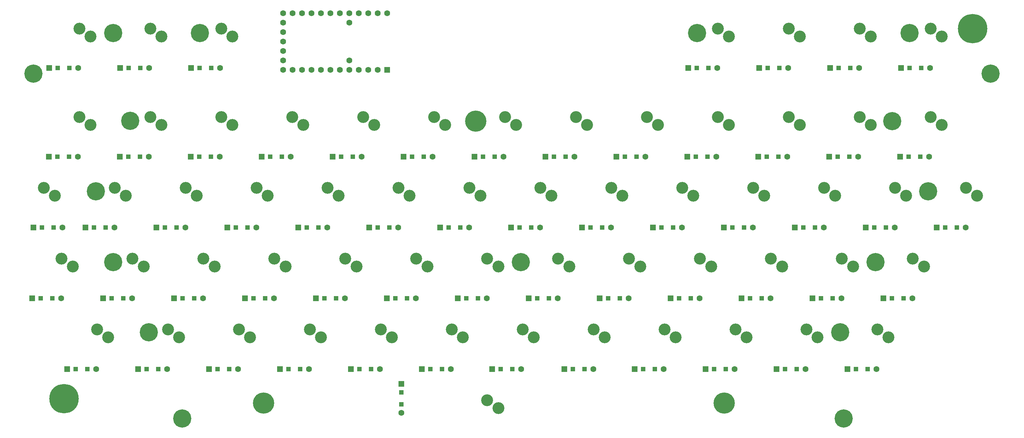
<source format=gbs>
%TF.GenerationSoftware,KiCad,Pcbnew,5.1.9-1.fc33*%
%TF.CreationDate,2021-02-28T14:37:16-05:00*%
%TF.ProjectId,3m_whisper,336d5f77-6869-4737-9065-722e6b696361,rev?*%
%TF.SameCoordinates,Original*%
%TF.FileFunction,Soldermask,Bot*%
%TF.FilePolarity,Negative*%
%FSLAX46Y46*%
G04 Gerber Fmt 4.6, Leading zero omitted, Abs format (unit mm)*
G04 Created by KiCad (PCBNEW 5.1.9-1.fc33) date 2021-02-28 14:37:16*
%MOMM*%
%LPD*%
G01*
G04 APERTURE LIST*
%ADD10C,4.900000*%
%ADD11C,5.700000*%
%ADD12C,7.900000*%
%ADD13C,1.600000*%
%ADD14R,1.600000X1.600000*%
%ADD15R,1.200000X1.200000*%
%ADD16C,3.200000*%
G04 APERTURE END LIST*
D10*
%TO.C,REF\u002A\u002A*%
X329850500Y-165618500D03*
%TD*%
%TO.C,REF\u002A\u002A*%
X152150500Y-165618500D03*
%TD*%
%TO.C,REF\u002A\u002A*%
X328850500Y-142418500D03*
%TD*%
%TO.C,REF\u002A\u002A*%
X338350500Y-123518500D03*
%TD*%
%TO.C,REF\u002A\u002A*%
X133650500Y-123518500D03*
%TD*%
%TO.C,REF\u002A\u002A*%
X128950500Y-104518500D03*
%TD*%
%TO.C,REF\u002A\u002A*%
X143250500Y-142418500D03*
%TD*%
%TO.C,REF\u002A\u002A*%
X243150500Y-123518500D03*
%TD*%
%TO.C,REF\u002A\u002A*%
X352550500Y-104518500D03*
%TD*%
%TO.C,REF\u002A\u002A*%
X342850500Y-85618500D03*
%TD*%
%TO.C,REF\u002A\u002A*%
X138250500Y-85518500D03*
%TD*%
%TO.C,REF\u002A\u002A*%
X112250500Y-72818500D03*
%TD*%
%TO.C,REF\u002A\u002A*%
X369250500Y-72818500D03*
%TD*%
%TO.C,REF\u002A\u002A*%
X347550500Y-61918500D03*
%TD*%
%TO.C,REF\u002A\u002A*%
X290450500Y-61918500D03*
%TD*%
%TO.C,REF\u002A\u002A*%
X156950500Y-61918500D03*
%TD*%
%TO.C,REF\u002A\u002A*%
X133650500Y-61918500D03*
%TD*%
D11*
%TO.C,REF\u002A\u002A*%
X297750500Y-161518500D03*
%TD*%
%TO.C,REF\u002A\u002A*%
X231050500Y-85618500D03*
%TD*%
%TO.C,REF\u002A\u002A*%
X174050500Y-161518500D03*
%TD*%
D12*
%TO.C,REF\u002A\u002A*%
X364450500Y-60718500D03*
%TD*%
%TO.C,REF\u002A\u002A*%
X120450500Y-160318500D03*
%TD*%
D13*
%TO.C,D1*%
X124138500Y-95186500D03*
D14*
X116338500Y-95186500D03*
D15*
X118663500Y-95186500D03*
X121813500Y-95186500D03*
%TD*%
%TO.C,D2*%
X140863500Y-95186500D03*
X137713500Y-95186500D03*
D14*
X135388500Y-95186500D03*
D13*
X143188500Y-95186500D03*
%TD*%
%TO.C,D3*%
X162238500Y-95186500D03*
D14*
X154438500Y-95186500D03*
D15*
X156763500Y-95186500D03*
X159913500Y-95186500D03*
%TD*%
%TO.C,D4*%
X178963500Y-95186500D03*
X175813500Y-95186500D03*
D14*
X173488500Y-95186500D03*
D13*
X181288500Y-95186500D03*
%TD*%
%TO.C,D5*%
X200338500Y-95186500D03*
D14*
X192538500Y-95186500D03*
D15*
X194863500Y-95186500D03*
X198013500Y-95186500D03*
%TD*%
%TO.C,D6*%
X217063500Y-95186500D03*
X213913500Y-95186500D03*
D14*
X211588500Y-95186500D03*
D13*
X219388500Y-95186500D03*
%TD*%
%TO.C,D7*%
X238438500Y-95186500D03*
D14*
X230638500Y-95186500D03*
D15*
X232963500Y-95186500D03*
X236113500Y-95186500D03*
%TD*%
%TO.C,D8*%
X255163500Y-95186500D03*
X252013500Y-95186500D03*
D14*
X249688500Y-95186500D03*
D13*
X257488500Y-95186500D03*
%TD*%
%TO.C,D9*%
X276538500Y-95186500D03*
D14*
X268738500Y-95186500D03*
D15*
X271063500Y-95186500D03*
X274213500Y-95186500D03*
%TD*%
%TO.C,D10*%
X293263500Y-95186500D03*
X290113500Y-95186500D03*
D14*
X287788500Y-95186500D03*
D13*
X295588500Y-95186500D03*
%TD*%
%TO.C,D11*%
X314638500Y-95186500D03*
D14*
X306838500Y-95186500D03*
D15*
X309163500Y-95186500D03*
X312313500Y-95186500D03*
%TD*%
%TO.C,D12*%
X331363500Y-95186500D03*
X328213500Y-95186500D03*
D14*
X325888500Y-95186500D03*
D13*
X333688500Y-95186500D03*
%TD*%
%TO.C,D13*%
X352738500Y-95186500D03*
D14*
X344938500Y-95186500D03*
D15*
X347263500Y-95186500D03*
X350413500Y-95186500D03*
%TD*%
%TO.C,D14*%
X117679500Y-114236500D03*
X114529500Y-114236500D03*
D14*
X112204500Y-114236500D03*
D13*
X120004500Y-114236500D03*
%TD*%
D15*
%TO.C,D15*%
X131649500Y-114236500D03*
X128499500Y-114236500D03*
D14*
X126174500Y-114236500D03*
D13*
X133974500Y-114236500D03*
%TD*%
%TO.C,D16*%
X153024500Y-114236500D03*
D14*
X145224500Y-114236500D03*
D15*
X147549500Y-114236500D03*
X150699500Y-114236500D03*
%TD*%
%TO.C,D17*%
X169749500Y-114236500D03*
X166599500Y-114236500D03*
D14*
X164274500Y-114236500D03*
D13*
X172074500Y-114236500D03*
%TD*%
%TO.C,D18*%
X191124500Y-114236500D03*
D14*
X183324500Y-114236500D03*
D15*
X185649500Y-114236500D03*
X188799500Y-114236500D03*
%TD*%
%TO.C,D19*%
X207849500Y-114236500D03*
X204699500Y-114236500D03*
D14*
X202374500Y-114236500D03*
D13*
X210174500Y-114236500D03*
%TD*%
%TO.C,D20*%
X229224500Y-114236500D03*
D14*
X221424500Y-114236500D03*
D15*
X223749500Y-114236500D03*
X226899500Y-114236500D03*
%TD*%
%TO.C,D21*%
X245949500Y-114236500D03*
X242799500Y-114236500D03*
D14*
X240474500Y-114236500D03*
D13*
X248274500Y-114236500D03*
%TD*%
%TO.C,D22*%
X267324500Y-114236500D03*
D14*
X259524500Y-114236500D03*
D15*
X261849500Y-114236500D03*
X264999500Y-114236500D03*
%TD*%
%TO.C,D23*%
X284049500Y-114236500D03*
X280899500Y-114236500D03*
D14*
X278574500Y-114236500D03*
D13*
X286374500Y-114236500D03*
%TD*%
%TO.C,D24*%
X305424500Y-114236500D03*
D14*
X297624500Y-114236500D03*
D15*
X299949500Y-114236500D03*
X303099500Y-114236500D03*
%TD*%
%TO.C,D25*%
X322149500Y-114236500D03*
X318999500Y-114236500D03*
D14*
X316674500Y-114236500D03*
D13*
X324474500Y-114236500D03*
%TD*%
%TO.C,D26*%
X343524500Y-114236500D03*
D14*
X335724500Y-114236500D03*
D15*
X338049500Y-114236500D03*
X341199500Y-114236500D03*
%TD*%
%TO.C,D27*%
X117335500Y-133286500D03*
X114185500Y-133286500D03*
D14*
X111860500Y-133286500D03*
D13*
X119660500Y-133286500D03*
%TD*%
%TO.C,D28*%
X138710500Y-133286500D03*
D14*
X130910500Y-133286500D03*
D15*
X133235500Y-133286500D03*
X136385500Y-133286500D03*
%TD*%
%TO.C,D29*%
X155435500Y-133286500D03*
X152285500Y-133286500D03*
D14*
X149960500Y-133286500D03*
D13*
X157760500Y-133286500D03*
%TD*%
%TO.C,D30*%
X176810500Y-133286500D03*
D14*
X169010500Y-133286500D03*
D15*
X171335500Y-133286500D03*
X174485500Y-133286500D03*
%TD*%
D13*
%TO.C,D31*%
X195860500Y-133286500D03*
D14*
X188060500Y-133286500D03*
D15*
X190385500Y-133286500D03*
X193535500Y-133286500D03*
%TD*%
%TO.C,D32*%
X212585500Y-133286500D03*
X209435500Y-133286500D03*
D14*
X207110500Y-133286500D03*
D13*
X214910500Y-133286500D03*
%TD*%
D15*
%TO.C,D33*%
X231635500Y-133286500D03*
X228485500Y-133286500D03*
D14*
X226160500Y-133286500D03*
D13*
X233960500Y-133286500D03*
%TD*%
%TO.C,D34*%
X253010500Y-133286500D03*
D14*
X245210500Y-133286500D03*
D15*
X247535500Y-133286500D03*
X250685500Y-133286500D03*
%TD*%
%TO.C,D35*%
X269735500Y-133286500D03*
X266585500Y-133286500D03*
D14*
X264260500Y-133286500D03*
D13*
X272060500Y-133286500D03*
%TD*%
%TO.C,D36*%
X291110500Y-133286500D03*
D14*
X283310500Y-133286500D03*
D15*
X285635500Y-133286500D03*
X288785500Y-133286500D03*
%TD*%
%TO.C,D37*%
X307835500Y-133286500D03*
X304685500Y-133286500D03*
D14*
X302360500Y-133286500D03*
D13*
X310160500Y-133286500D03*
%TD*%
%TO.C,D38*%
X329210500Y-133286500D03*
D14*
X321410500Y-133286500D03*
D15*
X323735500Y-133286500D03*
X326885500Y-133286500D03*
%TD*%
%TO.C,D39*%
X345935500Y-133286500D03*
X342785500Y-133286500D03*
D14*
X340460500Y-133286500D03*
D13*
X348260500Y-133286500D03*
%TD*%
%TO.C,D40*%
X129058500Y-152336500D03*
D14*
X121258500Y-152336500D03*
D15*
X123583500Y-152336500D03*
X126733500Y-152336500D03*
%TD*%
%TO.C,D41*%
X145783500Y-152336500D03*
X142633500Y-152336500D03*
D14*
X140308500Y-152336500D03*
D13*
X148108500Y-152336500D03*
%TD*%
%TO.C,D42*%
X167158500Y-152336500D03*
D14*
X159358500Y-152336500D03*
D15*
X161683500Y-152336500D03*
X164833500Y-152336500D03*
%TD*%
%TO.C,D43*%
X183883500Y-152336500D03*
X180733500Y-152336500D03*
D14*
X178408500Y-152336500D03*
D13*
X186208500Y-152336500D03*
%TD*%
%TO.C,D44*%
X205258500Y-152336500D03*
D14*
X197458500Y-152336500D03*
D15*
X199783500Y-152336500D03*
X202933500Y-152336500D03*
%TD*%
D13*
%TO.C,D45*%
X224308500Y-152336500D03*
D14*
X216508500Y-152336500D03*
D15*
X218833500Y-152336500D03*
X221983500Y-152336500D03*
%TD*%
D13*
%TO.C,D46*%
X211010500Y-164110500D03*
D14*
X211010500Y-156310500D03*
D15*
X211010500Y-158635500D03*
X211010500Y-161785500D03*
%TD*%
%TO.C,D47*%
X240869500Y-152336500D03*
X237719500Y-152336500D03*
D14*
X235394500Y-152336500D03*
D13*
X243194500Y-152336500D03*
%TD*%
%TO.C,D48*%
X262572500Y-152336500D03*
D14*
X254772500Y-152336500D03*
D15*
X257097500Y-152336500D03*
X260247500Y-152336500D03*
%TD*%
%TO.C,D49*%
X279133500Y-152336500D03*
X275983500Y-152336500D03*
D14*
X273658500Y-152336500D03*
D13*
X281458500Y-152336500D03*
%TD*%
%TO.C,D50*%
X300508500Y-152336500D03*
D14*
X292708500Y-152336500D03*
D15*
X295033500Y-152336500D03*
X298183500Y-152336500D03*
%TD*%
%TO.C,D51*%
X317233500Y-152336500D03*
X314083500Y-152336500D03*
D14*
X311758500Y-152336500D03*
D13*
X319558500Y-152336500D03*
%TD*%
%TO.C,D52*%
X338608500Y-152336500D03*
D14*
X330808500Y-152336500D03*
D15*
X333133500Y-152336500D03*
X336283500Y-152336500D03*
%TD*%
%TO.C,D53*%
X121907500Y-71310500D03*
X118757500Y-71310500D03*
D14*
X116432500Y-71310500D03*
D13*
X124232500Y-71310500D03*
%TD*%
%TO.C,D54*%
X143282500Y-71310500D03*
D14*
X135482500Y-71310500D03*
D15*
X137807500Y-71310500D03*
X140957500Y-71310500D03*
%TD*%
%TO.C,D55*%
X160007500Y-71310500D03*
X156857500Y-71310500D03*
D14*
X154532500Y-71310500D03*
D13*
X162332500Y-71310500D03*
%TD*%
D15*
%TO.C,D56*%
X293517500Y-71310500D03*
X290367500Y-71310500D03*
D14*
X288042500Y-71310500D03*
D13*
X295842500Y-71310500D03*
%TD*%
%TO.C,D57*%
X314892500Y-71310500D03*
D14*
X307092500Y-71310500D03*
D15*
X309417500Y-71310500D03*
X312567500Y-71310500D03*
%TD*%
%TO.C,D58*%
X331617500Y-71310500D03*
X328467500Y-71310500D03*
D14*
X326142500Y-71310500D03*
D13*
X333942500Y-71310500D03*
%TD*%
%TO.C,D59*%
X352992500Y-71310500D03*
D14*
X345192500Y-71310500D03*
D15*
X347517500Y-71310500D03*
X350667500Y-71310500D03*
%TD*%
%TO.C,D60*%
X360249500Y-114236500D03*
X357099500Y-114236500D03*
D14*
X354774500Y-114236500D03*
D13*
X362574500Y-114236500D03*
%TD*%
D16*
%TO.C,K1*%
X124553500Y-84553000D03*
X127533500Y-86643000D03*
%TD*%
%TO.C,K2*%
X143603500Y-84553000D03*
X146583500Y-86643000D03*
%TD*%
%TO.C,K3*%
X165633500Y-86643000D03*
X162653500Y-84553000D03*
%TD*%
%TO.C,K4*%
X181703500Y-84553000D03*
X184683500Y-86643000D03*
%TD*%
%TO.C,K5*%
X200753500Y-84553000D03*
X203733500Y-86643000D03*
%TD*%
%TO.C,K6*%
X219803500Y-84553000D03*
X222783500Y-86643000D03*
%TD*%
%TO.C,K7*%
X241833500Y-86643000D03*
X238853500Y-84553000D03*
%TD*%
%TO.C,K8*%
X260883500Y-86643000D03*
X257903500Y-84553000D03*
%TD*%
%TO.C,K9*%
X279933500Y-86643000D03*
X276953500Y-84553000D03*
%TD*%
%TO.C,K10*%
X298983500Y-86643000D03*
X296003500Y-84553000D03*
%TD*%
%TO.C,K11*%
X318033500Y-86643000D03*
X315053500Y-84553000D03*
%TD*%
%TO.C,K12*%
X337083500Y-86643000D03*
X334103500Y-84553000D03*
%TD*%
%TO.C,K13*%
X356133500Y-86643000D03*
X353153500Y-84553000D03*
%TD*%
%TO.C,K14*%
X115028500Y-103603000D03*
X118008500Y-105693000D03*
%TD*%
%TO.C,K15*%
X134078500Y-103603000D03*
X137058500Y-105693000D03*
%TD*%
%TO.C,K16*%
X156108500Y-105693000D03*
X153128500Y-103603000D03*
%TD*%
%TO.C,K17*%
X175158500Y-105693000D03*
X172178500Y-103603000D03*
%TD*%
%TO.C,K18*%
X194208500Y-105693000D03*
X191228500Y-103603000D03*
%TD*%
%TO.C,K19*%
X210278500Y-103603000D03*
X213258500Y-105693000D03*
%TD*%
%TO.C,K20*%
X232308500Y-105693000D03*
X229328500Y-103603000D03*
%TD*%
%TO.C,K21*%
X251358500Y-105693000D03*
X248378500Y-103603000D03*
%TD*%
%TO.C,K22*%
X270408500Y-105693000D03*
X267428500Y-103603000D03*
%TD*%
%TO.C,K23*%
X286478500Y-103603000D03*
X289458500Y-105693000D03*
%TD*%
%TO.C,K24*%
X308508500Y-105693000D03*
X305528500Y-103603000D03*
%TD*%
%TO.C,K25*%
X324578500Y-103603000D03*
X327558500Y-105693000D03*
%TD*%
%TO.C,K26*%
X346608500Y-105693000D03*
X343628500Y-103603000D03*
%TD*%
%TO.C,K27*%
X122771000Y-124743000D03*
X119791000Y-122653000D03*
%TD*%
%TO.C,K28*%
X141821000Y-124743000D03*
X138841000Y-122653000D03*
%TD*%
%TO.C,K29*%
X157891000Y-122653000D03*
X160871000Y-124743000D03*
%TD*%
%TO.C,K30*%
X179921000Y-124743000D03*
X176941000Y-122653000D03*
%TD*%
%TO.C,K31*%
X195991000Y-122653000D03*
X198971000Y-124743000D03*
%TD*%
%TO.C,K32*%
X218021000Y-124743000D03*
X215041000Y-122653000D03*
%TD*%
%TO.C,K33*%
X234091000Y-122653000D03*
X237071000Y-124743000D03*
%TD*%
%TO.C,K34*%
X256121000Y-124743000D03*
X253141000Y-122653000D03*
%TD*%
%TO.C,K35*%
X272191000Y-122653000D03*
X275171000Y-124743000D03*
%TD*%
%TO.C,K36*%
X291241000Y-122653000D03*
X294221000Y-124743000D03*
%TD*%
%TO.C,K37*%
X313271000Y-124743000D03*
X310291000Y-122653000D03*
%TD*%
%TO.C,K38*%
X329341000Y-122653000D03*
X332321000Y-124743000D03*
%TD*%
%TO.C,K39*%
X348391000Y-122653000D03*
X351371000Y-124743000D03*
%TD*%
%TO.C,K40*%
X129316000Y-141703000D03*
X132296000Y-143793000D03*
%TD*%
%TO.C,K41*%
X151346000Y-143793000D03*
X148366000Y-141703000D03*
%TD*%
%TO.C,K42*%
X170396000Y-143793000D03*
X167416000Y-141703000D03*
%TD*%
%TO.C,K43*%
X186466000Y-141703000D03*
X189446000Y-143793000D03*
%TD*%
%TO.C,K44*%
X208496000Y-143793000D03*
X205516000Y-141703000D03*
%TD*%
%TO.C,K45*%
X224566000Y-141703000D03*
X227546000Y-143793000D03*
%TD*%
%TO.C,K46*%
X234091000Y-160753000D03*
X237071000Y-162843000D03*
%TD*%
%TO.C,K47*%
X246596000Y-143793000D03*
X243616000Y-141703000D03*
%TD*%
%TO.C,K48*%
X262666000Y-141703000D03*
X265646000Y-143793000D03*
%TD*%
%TO.C,K49*%
X284696000Y-143793000D03*
X281716000Y-141703000D03*
%TD*%
%TO.C,K50*%
X300766000Y-141703000D03*
X303746000Y-143793000D03*
%TD*%
%TO.C,K51*%
X322796000Y-143793000D03*
X319816000Y-141703000D03*
%TD*%
%TO.C,K52*%
X338866000Y-141703000D03*
X341846000Y-143793000D03*
%TD*%
%TO.C,K53*%
X127533500Y-62830500D03*
X124553500Y-60740500D03*
%TD*%
%TO.C,K54*%
X146583500Y-62830500D03*
X143603500Y-60740500D03*
%TD*%
%TO.C,K55*%
X162653500Y-60740500D03*
X165633500Y-62830500D03*
%TD*%
%TO.C,K56*%
X296003500Y-60740500D03*
X298983500Y-62830500D03*
%TD*%
%TO.C,K57*%
X315053500Y-60740500D03*
X318033500Y-62830500D03*
%TD*%
%TO.C,K58*%
X334103500Y-60740500D03*
X337083500Y-62830500D03*
%TD*%
%TO.C,K59*%
X353153500Y-60740500D03*
X356133500Y-62830500D03*
%TD*%
%TO.C,K60*%
X362678500Y-103603000D03*
X365658500Y-105693000D03*
%TD*%
D13*
%TO.C,U1*%
X197040500Y-59118500D03*
X197040500Y-69278500D03*
X207200500Y-56578500D03*
X204660500Y-56578500D03*
X202120500Y-56578500D03*
X199580500Y-56578500D03*
X197040500Y-56578500D03*
X194500500Y-56578500D03*
X191960500Y-56578500D03*
X189420500Y-56578500D03*
X186880500Y-56578500D03*
X184340500Y-56578500D03*
X181800500Y-56578500D03*
X179260500Y-56578500D03*
X179260500Y-59118500D03*
X179260500Y-61658500D03*
X179260500Y-66738500D03*
X179260500Y-69278500D03*
X179260500Y-71818500D03*
X181800500Y-71818500D03*
X184340500Y-71818500D03*
X186880500Y-71818500D03*
X189420500Y-71818500D03*
X191960500Y-71818500D03*
X194500500Y-71818500D03*
X197040500Y-71818500D03*
X199580500Y-71818500D03*
X202120500Y-71818500D03*
X204660500Y-71818500D03*
D14*
X207200500Y-71818500D03*
D13*
X179260500Y-64198500D03*
%TD*%
M02*

</source>
